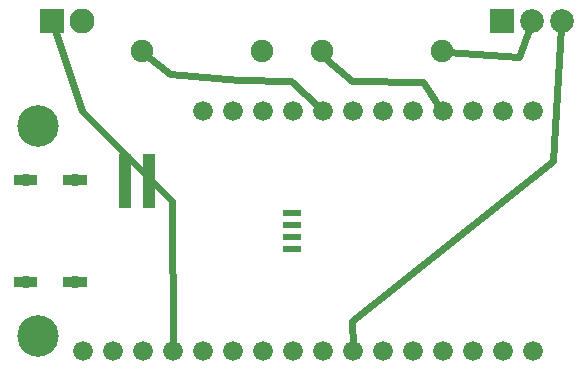
<source format=gtl>
G04 MADE WITH FRITZING*
G04 WWW.FRITZING.ORG*
G04 DOUBLE SIDED*
G04 HOLES PLATED*
G04 CONTOUR ON CENTER OF CONTOUR VECTOR*
%ASAXBY*%
%FSLAX23Y23*%
%MOIN*%
%OFA0B0*%
%SFA1.0B1.0*%
%ADD10C,0.075000*%
%ADD11C,0.083307*%
%ADD12C,0.079370*%
%ADD13C,0.043622*%
%ADD14C,0.066000*%
%ADD15C,0.138425*%
%ADD16R,0.083307X0.083307*%
%ADD17R,0.079370X0.079370*%
%ADD18R,0.061024X0.023622*%
%ADD19R,0.039370X0.181101*%
%ADD20C,0.024000*%
%ADD21R,0.001000X0.001000*%
%LNCOPPER1*%
G90*
G70*
G54D10*
X632Y1112D03*
X1032Y1112D03*
X1232Y1112D03*
X1632Y1112D03*
G54D11*
X332Y1212D03*
X432Y1212D03*
G54D12*
X1832Y1212D03*
X1932Y1212D03*
X2032Y1212D03*
G54D13*
X409Y342D03*
G54D14*
X1937Y112D03*
X1837Y112D03*
X1737Y112D03*
X1637Y112D03*
X1537Y112D03*
X1437Y112D03*
X1337Y112D03*
X1237Y112D03*
X1137Y112D03*
X1037Y112D03*
X937Y112D03*
X837Y112D03*
X737Y112D03*
X637Y112D03*
X537Y112D03*
G54D13*
X245Y342D03*
G54D14*
X437Y112D03*
X837Y912D03*
X937Y912D03*
X1037Y912D03*
X1137Y912D03*
X1237Y912D03*
X1337Y912D03*
X1437Y912D03*
X1537Y912D03*
X1637Y912D03*
X1737Y912D03*
X1837Y912D03*
X1937Y912D03*
G54D15*
X287Y862D03*
X287Y162D03*
G54D13*
X409Y683D03*
X245Y683D03*
G54D16*
X332Y1212D03*
G54D17*
X1832Y1212D03*
G54D18*
X1134Y453D03*
X1134Y493D03*
X1134Y532D03*
G54D19*
X657Y679D03*
G54D18*
X1134Y572D03*
G54D19*
X578Y679D03*
G54D20*
X1334Y1013D02*
X1571Y1010D01*
D02*
X1571Y1010D02*
X1633Y912D01*
D02*
X1228Y1103D02*
X1334Y1013D01*
D02*
X1228Y1103D02*
X1228Y1103D01*
D02*
X1633Y912D02*
X1633Y912D01*
D02*
X1131Y1013D02*
X1223Y926D01*
D02*
X958Y1015D02*
X1131Y1013D01*
D02*
X646Y1101D02*
X726Y1035D01*
D02*
X726Y1035D02*
X958Y1015D01*
D02*
X339Y1192D02*
X432Y912D01*
D02*
X732Y612D02*
X737Y132D01*
D02*
X432Y912D02*
X732Y612D01*
D02*
X1890Y1093D02*
X1650Y1111D01*
D02*
X1926Y1194D02*
X1890Y1093D01*
D02*
X2004Y747D02*
X1332Y213D01*
D02*
X1332Y213D02*
X1336Y132D01*
D02*
X2031Y1193D02*
X2004Y747D01*
G54D21*
X207Y699D02*
X240Y699D01*
X250Y699D02*
X283Y699D01*
X372Y699D02*
X405Y699D01*
X415Y699D02*
X448Y699D01*
X207Y698D02*
X238Y698D01*
X253Y698D02*
X283Y698D01*
X372Y698D02*
X402Y698D01*
X417Y698D02*
X448Y698D01*
X207Y697D02*
X236Y697D01*
X255Y697D02*
X283Y697D01*
X372Y697D02*
X400Y697D01*
X419Y697D02*
X448Y697D01*
X207Y696D02*
X234Y696D01*
X256Y696D02*
X283Y696D01*
X372Y696D02*
X399Y696D01*
X421Y696D02*
X448Y696D01*
X207Y695D02*
X233Y695D01*
X257Y695D02*
X283Y695D01*
X372Y695D02*
X398Y695D01*
X422Y695D02*
X448Y695D01*
X207Y694D02*
X232Y694D01*
X258Y694D02*
X283Y694D01*
X372Y694D02*
X397Y694D01*
X423Y694D02*
X448Y694D01*
X207Y693D02*
X231Y693D01*
X259Y693D02*
X283Y693D01*
X372Y693D02*
X396Y693D01*
X424Y693D02*
X448Y693D01*
X207Y692D02*
X231Y692D01*
X260Y692D02*
X283Y692D01*
X372Y692D02*
X395Y692D01*
X424Y692D02*
X448Y692D01*
X207Y691D02*
X230Y691D01*
X260Y691D02*
X283Y691D01*
X372Y691D02*
X395Y691D01*
X425Y691D02*
X448Y691D01*
X207Y690D02*
X230Y690D01*
X261Y690D02*
X283Y690D01*
X372Y690D02*
X394Y690D01*
X425Y690D02*
X448Y690D01*
X207Y689D02*
X229Y689D01*
X261Y689D02*
X283Y689D01*
X372Y689D02*
X394Y689D01*
X426Y689D02*
X448Y689D01*
X207Y688D02*
X229Y688D01*
X262Y688D02*
X283Y688D01*
X372Y688D02*
X393Y688D01*
X426Y688D02*
X448Y688D01*
X207Y687D02*
X228Y687D01*
X262Y687D02*
X283Y687D01*
X372Y687D02*
X393Y687D01*
X427Y687D02*
X448Y687D01*
X207Y686D02*
X228Y686D01*
X262Y686D02*
X283Y686D01*
X372Y686D02*
X393Y686D01*
X427Y686D02*
X448Y686D01*
X207Y685D02*
X228Y685D01*
X262Y685D02*
X283Y685D01*
X372Y685D02*
X393Y685D01*
X427Y685D02*
X448Y685D01*
X207Y684D02*
X228Y684D01*
X262Y684D02*
X283Y684D01*
X372Y684D02*
X393Y684D01*
X427Y684D02*
X448Y684D01*
X207Y683D02*
X228Y683D01*
X263Y683D02*
X283Y683D01*
X372Y683D02*
X393Y683D01*
X427Y683D02*
X448Y683D01*
X207Y682D02*
X228Y682D01*
X263Y682D02*
X283Y682D01*
X372Y682D02*
X393Y682D01*
X427Y682D02*
X448Y682D01*
X207Y681D02*
X228Y681D01*
X262Y681D02*
X283Y681D01*
X372Y681D02*
X393Y681D01*
X427Y681D02*
X448Y681D01*
X207Y680D02*
X228Y680D01*
X262Y680D02*
X283Y680D01*
X372Y680D02*
X393Y680D01*
X427Y680D02*
X448Y680D01*
X207Y679D02*
X228Y679D01*
X262Y679D02*
X283Y679D01*
X372Y679D02*
X393Y679D01*
X427Y679D02*
X448Y679D01*
X207Y678D02*
X229Y678D01*
X262Y678D02*
X283Y678D01*
X372Y678D02*
X393Y678D01*
X426Y678D02*
X448Y678D01*
X207Y677D02*
X229Y677D01*
X262Y677D02*
X283Y677D01*
X372Y677D02*
X394Y677D01*
X426Y677D02*
X448Y677D01*
X207Y676D02*
X229Y676D01*
X261Y676D02*
X283Y676D01*
X372Y676D02*
X394Y676D01*
X426Y676D02*
X448Y676D01*
X207Y675D02*
X230Y675D01*
X261Y675D02*
X283Y675D01*
X372Y675D02*
X394Y675D01*
X425Y675D02*
X448Y675D01*
X207Y674D02*
X230Y674D01*
X260Y674D02*
X283Y674D01*
X372Y674D02*
X395Y674D01*
X425Y674D02*
X448Y674D01*
X207Y673D02*
X231Y673D01*
X259Y673D02*
X283Y673D01*
X372Y673D02*
X396Y673D01*
X424Y673D02*
X448Y673D01*
X207Y672D02*
X232Y672D01*
X259Y672D02*
X283Y672D01*
X372Y672D02*
X396Y672D01*
X423Y672D02*
X448Y672D01*
X207Y671D02*
X233Y671D01*
X258Y671D02*
X283Y671D01*
X372Y671D02*
X397Y671D01*
X422Y671D02*
X448Y671D01*
X207Y670D02*
X234Y670D01*
X257Y670D02*
X283Y670D01*
X372Y670D02*
X398Y670D01*
X421Y670D02*
X448Y670D01*
X207Y669D02*
X235Y669D01*
X255Y669D02*
X283Y669D01*
X372Y669D02*
X400Y669D01*
X420Y669D02*
X448Y669D01*
X207Y668D02*
X237Y668D01*
X254Y668D02*
X283Y668D01*
X372Y668D02*
X401Y668D01*
X418Y668D02*
X448Y668D01*
X207Y667D02*
X239Y667D01*
X252Y667D02*
X283Y667D01*
X372Y667D02*
X403Y667D01*
X416Y667D02*
X448Y667D01*
X208Y666D02*
X241Y666D01*
X250Y666D02*
X283Y666D01*
X372Y666D02*
X405Y666D01*
X415Y666D02*
X448Y666D01*
X207Y359D02*
X240Y359D01*
X250Y359D02*
X283Y359D01*
X372Y359D02*
X405Y359D01*
X415Y359D02*
X448Y359D01*
X207Y358D02*
X238Y358D01*
X253Y358D02*
X283Y358D01*
X372Y358D02*
X402Y358D01*
X417Y358D02*
X448Y358D01*
X207Y357D02*
X236Y357D01*
X255Y357D02*
X283Y357D01*
X372Y357D02*
X400Y357D01*
X419Y357D02*
X448Y357D01*
X207Y356D02*
X234Y356D01*
X256Y356D02*
X283Y356D01*
X372Y356D02*
X399Y356D01*
X421Y356D02*
X448Y356D01*
X207Y355D02*
X233Y355D01*
X257Y355D02*
X283Y355D01*
X372Y355D02*
X398Y355D01*
X422Y355D02*
X448Y355D01*
X207Y354D02*
X232Y354D01*
X258Y354D02*
X283Y354D01*
X372Y354D02*
X397Y354D01*
X423Y354D02*
X448Y354D01*
X207Y353D02*
X231Y353D01*
X259Y353D02*
X283Y353D01*
X372Y353D02*
X396Y353D01*
X424Y353D02*
X448Y353D01*
X207Y352D02*
X231Y352D01*
X260Y352D02*
X283Y352D01*
X372Y352D02*
X395Y352D01*
X424Y352D02*
X448Y352D01*
X207Y351D02*
X230Y351D01*
X260Y351D02*
X283Y351D01*
X372Y351D02*
X395Y351D01*
X425Y351D02*
X448Y351D01*
X207Y350D02*
X230Y350D01*
X261Y350D02*
X283Y350D01*
X372Y350D02*
X394Y350D01*
X425Y350D02*
X448Y350D01*
X207Y349D02*
X229Y349D01*
X261Y349D02*
X283Y349D01*
X372Y349D02*
X394Y349D01*
X426Y349D02*
X448Y349D01*
X207Y348D02*
X229Y348D01*
X262Y348D02*
X283Y348D01*
X372Y348D02*
X393Y348D01*
X426Y348D02*
X448Y348D01*
X207Y347D02*
X229Y347D01*
X262Y347D02*
X283Y347D01*
X372Y347D02*
X393Y347D01*
X427Y347D02*
X448Y347D01*
X207Y346D02*
X228Y346D01*
X262Y346D02*
X283Y346D01*
X372Y346D02*
X393Y346D01*
X427Y346D02*
X448Y346D01*
X207Y345D02*
X228Y345D01*
X262Y345D02*
X283Y345D01*
X372Y345D02*
X393Y345D01*
X427Y345D02*
X448Y345D01*
X207Y344D02*
X228Y344D01*
X262Y344D02*
X283Y344D01*
X372Y344D02*
X393Y344D01*
X427Y344D02*
X448Y344D01*
X207Y343D02*
X228Y343D01*
X263Y343D02*
X283Y343D01*
X372Y343D02*
X393Y343D01*
X427Y343D02*
X448Y343D01*
X207Y342D02*
X228Y342D01*
X263Y342D02*
X283Y342D01*
X372Y342D02*
X393Y342D01*
X427Y342D02*
X448Y342D01*
X207Y341D02*
X228Y341D01*
X262Y341D02*
X283Y341D01*
X372Y341D02*
X393Y341D01*
X427Y341D02*
X448Y341D01*
X207Y340D02*
X228Y340D01*
X262Y340D02*
X283Y340D01*
X372Y340D02*
X393Y340D01*
X427Y340D02*
X448Y340D01*
X207Y339D02*
X228Y339D01*
X262Y339D02*
X283Y339D01*
X372Y339D02*
X393Y339D01*
X427Y339D02*
X448Y339D01*
X207Y338D02*
X229Y338D01*
X262Y338D02*
X283Y338D01*
X372Y338D02*
X393Y338D01*
X426Y338D02*
X448Y338D01*
X207Y337D02*
X229Y337D01*
X262Y337D02*
X283Y337D01*
X372Y337D02*
X394Y337D01*
X426Y337D02*
X448Y337D01*
X207Y336D02*
X229Y336D01*
X261Y336D02*
X283Y336D01*
X372Y336D02*
X394Y336D01*
X426Y336D02*
X448Y336D01*
X207Y335D02*
X230Y335D01*
X261Y335D02*
X283Y335D01*
X372Y335D02*
X394Y335D01*
X425Y335D02*
X448Y335D01*
X207Y334D02*
X230Y334D01*
X260Y334D02*
X283Y334D01*
X372Y334D02*
X395Y334D01*
X425Y334D02*
X448Y334D01*
X207Y333D02*
X231Y333D01*
X259Y333D02*
X283Y333D01*
X372Y333D02*
X396Y333D01*
X424Y333D02*
X448Y333D01*
X207Y332D02*
X232Y332D01*
X259Y332D02*
X283Y332D01*
X372Y332D02*
X396Y332D01*
X423Y332D02*
X448Y332D01*
X207Y331D02*
X233Y331D01*
X258Y331D02*
X283Y331D01*
X372Y331D02*
X397Y331D01*
X422Y331D02*
X448Y331D01*
X207Y330D02*
X234Y330D01*
X257Y330D02*
X283Y330D01*
X372Y330D02*
X398Y330D01*
X421Y330D02*
X448Y330D01*
X207Y329D02*
X235Y329D01*
X255Y329D02*
X283Y329D01*
X372Y329D02*
X400Y329D01*
X420Y329D02*
X448Y329D01*
X207Y328D02*
X237Y328D01*
X254Y328D02*
X283Y328D01*
X372Y328D02*
X401Y328D01*
X418Y328D02*
X448Y328D01*
X207Y327D02*
X239Y327D01*
X252Y327D02*
X283Y327D01*
X372Y327D02*
X403Y327D01*
X416Y327D02*
X448Y327D01*
X207Y326D02*
X241Y326D01*
X250Y326D02*
X283Y326D01*
X372Y326D02*
X405Y326D01*
X414Y326D02*
X448Y326D01*
D02*
G04 End of Copper1*
M02*
</source>
